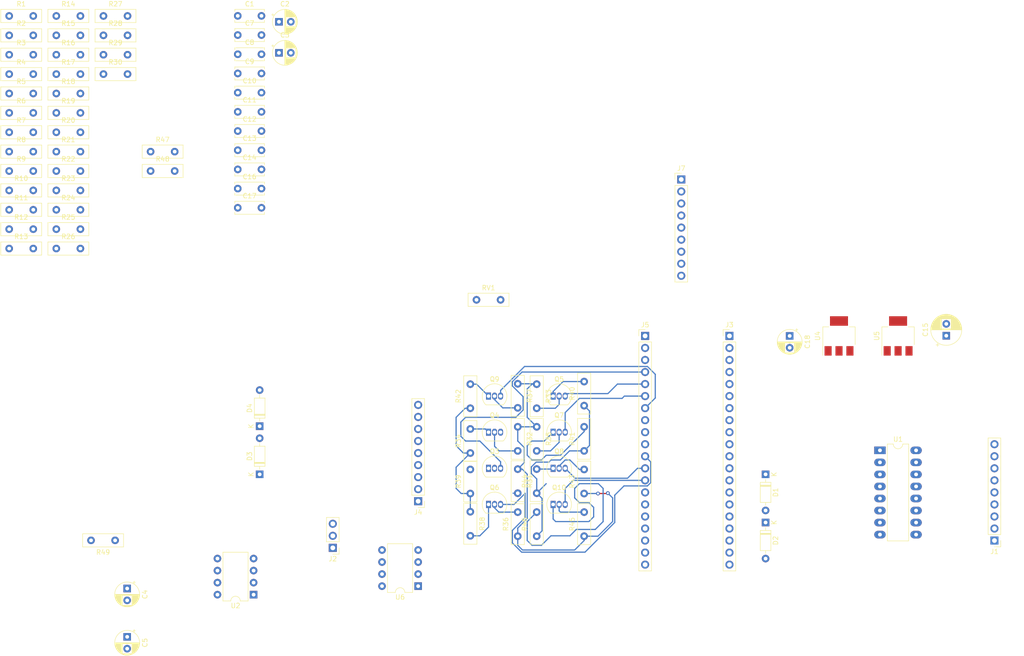
<source format=kicad_pcb>
(kicad_pcb (version 20221018) (generator pcbnew)
  (layers (0 "F.Cu" signal) (31 "B.Cu" signal) (34 "B.Paste" user) (35 "F.Paste" user) (36 "B.SilkS" user "B.Silkscreen") (37 "F.SilkS" user "F.Silkscreen") (38 "B.Mask" user) (39 "F.Mask" user) (44 "Edge.Cuts" user))
  (net 0 "")
  (net 1 "5V")
  (net 2 "GND")
  (net 3 "+12V")
  (net 4 "Net-(U6A-+)")
  (net 5 "Net-(U6B-+)")
  (net 6 "PB0")
  (net 7 "PA7")
  (net 8 "PA6")
  (net 9 "PA5")
  (net 10 "PA4")
  (net 11 "PA3")
  (net 12 "PA2")
  (net 13 "PB1")
  (net 14 "+3.3V")
  (net 15 "3V3")
  (net 16 "PA0")
  (net 17 "Net-(D3-A)")
  (net 18 "IN01")
  (net 19 "IN02")
  (net 20 "IN03")
  (net 21 "IN04")
  (net 22 "IN05")
  (net 23 "IN06")
  (net 24 "IN07")
  (net 25 "+{slash}-5V")
  (net 26 "AOUT01")
  (net 27 "AOUT02")
  (net 28 "RST_BUTTON")
  (net 29 "PB11")
  (net 30 "PB10")
  (net 31 "PA1")
  (net 32 "PC15")
  (net 33 "PC14")
  (net 34 "PC13")
  (net 35 "VBAT")
  (net 36 "DOUT8")
  (net 37 "DOUT7")
  (net 38 "DOUT6")
  (net 39 "DOUT5")
  (net 40 "DOUT4")
  (net 41 "DOUT3")
  (net 42 "DOUT2")
  (net 43 "DOUT1")
  (net 44 "PB12")
  (net 45 "PB13")
  (net 46 "PB14")
  (net 47 "PB15")
  (net 48 "PA8")
  (net 49 "PA9")
  (net 50 "PA10")
  (net 51 "PA11")
  (net 52 "PA12")
  (net 53 "PA15")
  (net 54 "PB3")
  (net 55 "PB4")
  (net 56 "PB5")
  (net 57 "PB6")
  (net 58 "PB7")
  (net 59 "PB8")
  (net 60 "PB9")
  (net 61 "Net-(Q3-B)")
  (net 62 "Net-(Q4-B)")
  (net 63 "Net-(Q5-B)")
  (net 64 "Net-(Q6-B)")
  (net 65 "Net-(Q7-B)")
  (net 66 "Net-(Q8-B)")
  (net 67 "Net-(Q9-B)")
  (net 68 "Net-(Q10-B)")
  (net 69 "Net-(U2A--)")
  (net 70 "Net-(R1-Pad2)")
  (net 71 "Net-(R2-Pad2)")
  (net 72 "OFFSET")
  (net 73 "Net-(U2A-+)")
  (net 74 "Net-(R47-Pad2)")
  (net 75 "Net-(U6A--)")
  (net 76 "Net-(U6B--)")
  (net 77 "3.3V")
  (net 78 "MUX_OUT")
  (footprint "Package_TO_SOT_THT:TO-92_Inline" (layer "F.Cu") (at 130.46 119.38)
    (fp_text reference "Q10")
    (fp_text value "BC547")
  )
  (footprint "Connector_PinHeader_2.54mm:PinHeader_1x09_P2.54mm_Vertical" (layer "F.Cu") (at 102 118.7 180)
    (fp_text reference "J4")
    (fp_text value "Conn_01x09_Pin")
  )
  (footprint "Resistor_THT:R_Box_L8.4mm_W2.5mm_P5.08mm" (layer "F.Cu") (at 137 126.08 90)
    (fp_text reference "R45")
    (fp_text value "2.2k")
  )
  (footprint "Package_TO_SOT_SMD:SOT-223-3_TabPin2" (layer "F.Cu") (at 190.74 83.82 90)
    (fp_text reference "U4")
    (fp_text value "AMS1117-3.3")
  )
  (footprint "Resistor_THT:R_Box_L8.4mm_W2.5mm_P5.08mm" (layer "F.Cu") (at 123 93.92 -90)
    (fp_text reference "R37")
    (fp_text value "2.2k")
  )
  (footprint "Resistor_THT:R_Box_L8.4mm_W2.5mm_P5.08mm" (layer "F.Cu") (at 25.7 20.39)
    (fp_text reference "R15")
    (fp_text value "10K")
  )
  (footprint "Resistor_THT:R_Box_L8.4mm_W2.5mm_P5.08mm" (layer "F.Cu") (at 45.58 49.02)
    (fp_text reference "R48")
    (fp_text value "33K")
  )
  (footprint "Capacitor_THT:C_Disc_D6.0mm_W2.5mm_P5.00mm" (layer "F.Cu") (at 63.96 40.58)
    (fp_text reference "C12")
    (fp_text value "100n")
  )
  (footprint "Resistor_THT:R_Box_L8.4mm_W2.5mm_P5.08mm" (layer "F.Cu") (at 113 99.08 90)
    (fp_text reference "R42")
    (fp_text value "6.8k")
  )
  (footprint "Connector_PinHeader_2.54mm:PinHeader_1x09_P2.54mm_Vertical" (layer "F.Cu") (at 223.52 127 180)
    (fp_text reference "J1")
    (fp_text value "Conn_01x09_Pin")
  )
  (footprint "Resistor_THT:R_Box_L8.4mm_W2.5mm_P5.08mm" (layer "F.Cu") (at 127 126.08 90)
    (fp_text reference "R46")
    (fp_text value "6.8k")
  )
  (footprint "Capacitor_THT:C_Disc_D6.0mm_W2.5mm_P5.00mm" (layer "F.Cu") (at 63.96 20.33)
    (fp_text reference "C7")
    (fp_text value "100n")
  )
  (footprint "Resistor_THT:R_Box_L8.4mm_W2.5mm_P5.08mm" (layer "F.Cu") (at 127 103 -90)
    (fp_text reference "R35")
    (fp_text value "2.2k")
  )
  (footprint "Diode_THT:D_DO-35_SOD27_P7.62mm_Horizontal" (layer "F.Cu") (at 68.58 113.03 90)
    (fp_text reference "D3")
    (fp_text value "1N6263")
  )
  (footprint "Resistor_THT:R_Box_L8.4mm_W2.5mm_P5.08mm" (layer "F.Cu") (at 35.64 20.39)
    (fp_text reference "R28")
    (fp_text value "1k")
  )
  (footprint "Resistor_THT:R_Box_L8.4mm_W2.5mm_P5.08mm" (layer "F.Cu") (at 137 98.535 90)
    (fp_text reference "R40")
    (fp_text value "6.8k")
  )
  (footprint "Package_TO_SOT_THT:TO-92_Inline" (layer "F.Cu") (at 116.84 104.14)
    (fp_text reference "Q4")
    (fp_text value "BC547")
  )
  (footprint "Package_DIP:DIP-8_W7.62mm" (layer "F.Cu") (at 102 136.62 180)
    (fp_text reference "U6")
    (fp_text value "MCP6002-xMC")
  )
  (footprint "Capacitor_THT:CP_Radial_D5.0mm_P2.50mm" (layer "F.Cu") (at 72.649775 24.08)
    (fp_text reference "C3")
    (fp_text value "100n")
  )
  (footprint "Resistor_THT:R_Box_L8.4mm_W2.5mm_P5.08mm" (layer "F.Cu") (at 35.64 16.3)
    (fp_text reference "R27")
    (fp_text value "100k")
  )
  (footprint "Resistor_THT:R_Box_L8.4mm_W2.5mm_P5.08mm" (layer "F.Cu") (at 15.76 32.66)
    (fp_text reference "R5")
    (fp_text value "68k")
  )
  (footprint "Resistor_THT:R_Box_L8.4mm_W2.5mm_P5.08mm" (layer "F.Cu") (at 35.64 28.57)
    (fp_text reference "R30")
    (fp_text value "100k")
  )
  (footprint "Resistor_THT:R_Box_L8.4mm_W2.5mm_P5.08mm" (layer "F.Cu") (at 15.76 40.84)
    (fp_text reference "R7")
    (fp_text value "680")
  )
  (footprint "Resistor_THT:R_Box_L8.4mm_W2.5mm_P5.08mm" (layer "F.Cu") (at 15.76 28.57)
    (fp_text reference "R4")
    (fp_text value "1M")
  )
  (footprint "Capacitor_THT:C_Disc_D6.0mm_W2.5mm_P5.00mm" (layer "F.Cu") (at 63.96 28.43)
    (fp_text reference "C9")
    (fp_text value "100n")
  )
  (footprint "Resistor_THT:R_Box_L8.4mm_W2.5mm_P5.08mm" (layer "F.Cu") (at 113 120.92 -90)
    (fp_text reference "R38")
    (fp_text value "6.8k")
  )
  (footprint "Capacitor_THT:C_Disc_D6.0mm_W2.5mm_P5.00mm" (layer "F.Cu") (at 63.96 16.28)
    (fp_text reference "C1")
    (fp_text value "100n")
  )
  (footprint "Resistor_THT:R_Box_L8.4mm_W2.5mm_P5.08mm" (layer "F.Cu") (at 15.76 65.38)
    (fp_text reference "R13")
    (fp_text value "10K")
  )
  (footprint "Resistor_THT:R_Box_L8.4mm_W2.5mm_P5.08mm" (layer "F.Cu") (at 25.7 32.66)
    (fp_text reference "R18")
    (fp_text value "22K")
  )
  (footprint "Resistor_THT:R_Box_L8.4mm_W2.5mm_P5.08mm" (layer "F.Cu") (at 25.7 40.84)
    (fp_text reference "R20")
    (fp_text value "10K")
  )
  (footprint "Resistor_THT:R_Box_L8.4mm_W2.5mm_P5.08mm" (layer "F.Cu") (at 25.7 36.75)
    (fp_text reference "R19")
    (fp_text value "10K")
  )
  (footprint "Capacitor_THT:C_Disc_D6.0mm_W2.5mm_P5.00mm" (layer "F.Cu") (at 63.96 44.63)
    (fp_text reference "C13")
    (fp_text value "100n")
  )
  (footprint "Resistor_THT:R_Box_L8.4mm_W2.5mm_P5.08mm" (layer "F.Cu") (at 15.76 16.3)
    (fp_text reference "R1")
    (fp_text value "1M")
  )
  (footprint "Resistor_THT:R_Box_L8.4mm_W2.5mm_P5.08mm" (layer "F.Cu") (at 25.7 57.2)
    (fp_text reference "R24")
    (fp_text value "22K")
  )
  (footprint "Resistor_THT:R_Box_L8.4mm_W2.5mm_P5.08mm" (layer "F.Cu") (at 15.76 36.75)
    (fp_text reference "R6")
    (fp_text value "680")
  )
  (footprint "Resistor_THT:R_Box_L8.4mm_W2.5mm_P5.08mm" (layer "F.Cu") (at 45.58 44.93)
    (fp_text reference "R47")
    (fp_text value "68K")
  )
  (footprint "Capacitor_THT:C_Disc_D6.0mm_W2.5mm_P5.00mm" (layer "F.Cu") (at 63.96 56.78)
    (fp_text reference "C17")
    (fp_text value "100n")
  )
  (footprint "Diode_THT:D_DO-35_SOD27_P7.62mm_Horizontal" (layer "F.Cu") (at 68.58 102.87 90)
    (fp_text reference "D4")
    (fp_text value "1N6263")
  )
  (footprint "Package_DIP:DIP-8_W7.62mm" (layer "F.Cu") (at 67.3 138.42 180)
    (fp_text reference "U2")
    (fp_text value "MCP6002-xMC")
  )
  (footprint "Resistor_THT:R_Box_L8.4mm_W2.5mm_P5.08mm" (layer "F.Cu") (at 15.76 24.48)
    (fp_text reference "R3")
    (fp_text value "1M")
  )
  (footprint "Package_DIP:DIP-16_W7.62mm_LongPads" (layer "F.Cu") (at 199.375 107.965)
    (fp_text reference "U1")
    (fp_text value "CD4051B")
  )
  (footprint "Resistor_THT:R_Box_L8.4mm_W2.5mm_P5.08mm" (layer "F.Cu") (at 114.3 76.2)
    (fp_text reference "RV1")
    (fp_text value "10K")
  )
  (footprint "Connector_PinHeader_2.54mm:PinHeader_1x20_P2.54mm_Vertical" (layer "F.Cu") (at 167.64 83.82)
    (fp_text reference "J3")
    (fp_text value "Conn_01x20_Socket")
  )
  (footprint "Package_TO_SOT_THT:TO-92_Inline" (layer "F.Cu") (at 116.84 96.52)
    (fp_text reference "Q9")
    (fp_text value "BC547")
  )
  (footprint "Package_TO_SOT_THT:TO-92_Inline" (layer "F.Cu") (at 116.84 111.76)
    (fp_text reference "Q3")
    (fp_text value "BC547")
  )
  (footprint "Package_TO_SOT_THT:TO-92_Inline" (layer "F.Cu") (at 130.46 96.52)
    (fp_text reference "Q5")
    (fp_text value "BC547")
  )
  (footprint "Capacitor_THT:C_Disc_D6.0mm_W2.5mm_P5.00mm" (layer "F.Cu") (at 63.96 36.53)
    (fp_text reference "C11")
    (fp_text value "100n")
  )
  (footprint "Resistor_THT:R_Box_L8.4mm_W2.5mm_P5.08mm" (layer "F.Cu") (at 38.1 126.96 180)
    (fp_text reference "R49")
    (fp_text value "10K")
  )
  (footprint "Capacitor_THT:CP_Radial_D5.0mm_P2.50mm" (layer "F.Cu") (at 180.34 83.82 -90)
    (fp_text reference "C18")
    (fp_text value "10u")
  )
  (footprint "Package_TO_SOT_THT:TO-92_Inline" (layer "F.Cu") (at 130.46 111.76)
    (fp_text reference "Q8")
    (fp_text value "BC547")
  )
  (footprint "Resistor_THT:R_Box_L8.4mm_W2.5mm_P5.08mm" (layer "F.Cu") (at 25.7 61.29)
    (fp_text reference "R25")
    (fp_text value "22K")
  )
  (footprint "Resistor_THT:R_Box_L8.4mm_W2.5mm_P5.08mm" (layer "F.Cu") (at 123 103 -90)
    (fp_text reference "R32")
    (fp_text value "2.2k")
  )
  (footprint "Resistor_THT:R_Box_L8.4mm_W2.5mm_P5.08mm" (layer "F.Cu") (at 137 117.08 90)
    (fp_text reference "R43")
    (fp_text value "2.2k")
  )
  (footprint "Resistor_THT:R_Box_L8.4mm_W2.5mm_P5.08mm" (layer "F.Cu") (at 15.76 61.29)
    (fp_text reference "R12")
    (fp_text value "22K")
  )
  (footprint "Capacitor_THT:C_Disc_D6.0mm_W2.5mm_P5.00mm" (layer "F.Cu") (at 63.96 52.73)
    (fp_text reference "C16")
    (fp_text value "100n")
  )
  (footprint "Resistor_THT:R_Box_L8.4mm_W2.5mm_P5.08mm" (layer "F.Cu") (at 127 117 90)
    (fp_text reference "R44")
    (fp_text value "6.8k")
  )
  (footprint "Resistor_THT:R_Box_L8.4mm_W2.5mm_P5.08mm" (layer "F.Cu") (at 123 111.93 -90)
    (fp_text reference "R31")
    (fp_text value "2.2k")
  )
  (footprint "Resistor_THT:R_Box_L8.4mm_W2.5mm_P5.08mm" (layer "F.Cu") (at 25.7 49.02)
    (fp_text reference "R22")
    (fp_text value "10K")
  )
  (footprint "Capacitor_THT:C_Disc_D6.0mm_W2.5mm_P5.00mm" (layer "F.Cu") (at 63.96 24.38)
    (fp_text reference "C8")
    (fp_text value "100n")
  )
  (footprint "Diode_THT:D_DO-35_SOD27_P7.62mm_Horizontal" (layer "F.Cu") (at 175.26 123.19 -90)
    (fp_text reference "D2")
    (fp_text value "1N6263")
  )
  (footprint "Resistor_THT:R_Box_L8.4mm_W2.5mm_P5.08mm" (layer "F.Cu") (at 15.76 49.02)
    (fp_text reference "R9")
    (fp_text value "1k")
  )
  (footprint "Resistor_THT:R_Box_L8.4mm_W2.5mm_P5.08mm" (layer "F.Cu") (at 15.76 57.2)
    (fp_text reference "R11")
    (fp_text value "10K")
  )
  (footprint "Resistor_THT:R_Box_L8.4mm_W2.5mm_P5.08mm" (layer "F.Cu") (at 25.7 24.48)
    (fp_text reference "R16")
    (fp_text value "10K")
  )
  (footprint "Resistor_THT:R_Box_L8.4mm_W2.5mm_P5.08mm" (layer "F.Cu") (at 123 126.08 90)
    (fp_text reference "R36")
    (fp_text value "2.2k")
  )
  (footprint "Resistor_THT:R_Box_L8.4mm_W2.5mm_P5.08mm" (layer "F.Cu") (at 113 117.08 90)
    (fp_text reference "R39")
    (fp_text value "6.8k")
  )
  (footprint "Resistor_THT:R_Box_L8.4mm_W2.5mm_P5.08mm" (layer "F.Cu") (at 25.7 44.93)
    (fp_text reference "R21")
    (fp_text value "10K")
  )
  (footprint "Capacitor_THT:C_Disc_D6.0mm_W2.5mm_P5.00mm" (layer "F.Cu") (at 63.96 48.68)
    (fp_text reference "C14")
    (fp_text value "100n")
  )
  (footprint "Resistor_THT:R_Box_L8.4mm_W2.5mm_P5.08mm" (layer "F.Cu") (at 127 94 -90)
    (fp_text reference "R33")
    (fp_text value "2.2k")
  )
  (footprint "Resistor_THT:R_Box_L8.4mm_W2.5mm_P5.08mm" (layer "F.Cu") (at 15.76 20.39)
    (fp_text reference "R2")
    (fp_text value "1M")
  )
  (footprint "Resistor_THT:R_Box_L8.4mm_W2.5mm_P5.08mm" (layer "F.Cu") (at 25.7 53.11)
    (fp_text reference "R23")
    (fp_text value "22K")
  )
  (footprint "Resistor_THT:R_Box_L8.4mm_W2.5mm_P5.08mm" (layer "F.Cu") (at 113 108.535 90)
    (fp_text reference "R34")
    (fp_text value "6.8k")
  )
  (footprint "Capacitor_THT:C_Disc_D6.0mm_W2.5mm_P5.00mm" (layer "F.Cu") (at 63.96 32.48)
    (fp_text reference "C10")
    (fp_text value "100n")
  )
  (footprint "Diode_THT:D_DO-35_SOD27_P7.62mm_Horizontal" (layer "F.Cu") (at 175.26 113.03 -90)
    (fp_text reference "D1")
    (fp_text value "1N6263")
  )
  (footprint "Capacitor_THT:CP_Radial_D5.0mm_P2.50mm" (layer "F.Cu") (at 72.649775 17.53)
    (fp_text reference "C2")
    (fp_text value "10u")
  )
  (footprint "Connector_PinHeader_2.54mm:PinHeader_1x09_P2.54mm_Vertical" (layer "F.Cu") (at 157.48 50.8)
    (fp_text reference "J7")
    (fp_text value "RS232")
  )
  (footprint "Resistor_THT:R_Box_L8.4mm_W2.5mm_P5.08mm" (layer "F.Cu") (at 137 108.08 90)
    (fp_text reference "R41")
    (fp_text value "6.8k")
  )
  (footprint "Resistor_THT:R_Box_L8.4mm_W2.5mm_P5.08mm" (layer "F.Cu") (at 25.7 16.3)
    (fp_text reference "R14")
    (fp_text value "22K")
  )
  (footprint "Capacitor_THT:CP_Radial_D5.0mm_P2.50mm" (layer "F.Cu") (at 40.64 147.32 -90)
    (fp_text reference "C5")
    (fp_text value "22u")
  )
  (footprint "Capacitor_THT:CP_Radial_D5.0mm_P2.50mm" (layer "F.Cu") (at 40.64 137.12 -90)
    (fp_text reference "C4")
    (fp_text value "22u")
  )
  (footprint "Package_TO_SOT_THT:TO-92_Inline" (layer "F.Cu") (at 116.84 119.38)
    (fp_text reference "Q6")
    (fp_text value "BC547")
  )
  (footprint "Resistor_THT:R_Box_L8.4mm_W2.5mm_P5.08mm" (layer "F.Cu") (at 25.7 65.38)
    (fp_text reference "R26")
    (fp_text value "22K")
  )
  (footprint "Package_TO_SOT_THT:TO-92_Inline" (layer "F.Cu") (at 130.46 104.14)
    (fp_text reference "Q7")
    (fp_text value "BC547")
  )
  (footprint "Connector_PinHeader_2.54mm:PinHeader_1x03_P2.54mm_Vertical" (layer "F.Cu") (at 84 128.54 180)
    (fp_text reference "J2")
    (fp_text value "Conector_salidas_analógicas")
  )
  (footprint "Resistor_THT:R_Box_L8.4mm_W2.5mm_P5.08mm" (layer "F.Cu") (at 15.76 53.11)
    (fp_text reference "R10")
    (fp_text value "150k")
  )
  (footprint "Resistor_THT:R_Box_L8.4mm_W2.5mm_P5.08mm" (layer "F.Cu") (at 35.64 24.48)
    (fp_text reference "R29")
    (fp_text value "150k")
  )
  (footprint "Resistor_THT:R_Box_L8.4mm_W2.5mm_P5.08mm" (layer "F.Cu") (at 15.76 44.93)
    (fp_text reference "R8")
    (fp_text value "33k")
  )
  (footprint "Resistor_THT:R_Box_L8.4mm_W2.5mm_P5.08mm" (layer "F.Cu") (at 25.7 28.57)
    (fp_text reference "R17")
    (fp_text value "22K")
  )
  (footprint "Connector_PinHeader_2.54mm:PinHeader_1x20_P2.54mm_Vertical" (layer "F.Cu") (at 149.86 83.82)
    (fp_text reference "J5")
    (fp_text value "Conn_01x20_Socket")
  )
  (footprint "Capacitor_THT:CP_Radial_D6.3mm_P2.50mm" (layer "F.Cu") (at 213.36 83.78 90)
    (fp_text reference "C15")
    (fp_text value "100u")
  )
  (footprint "Package_TO_SOT_SMD:SOT-223-3_TabPin2" (layer "F.Cu") (at 203.2 83.82 90)
    (fp_text reference "U5")
    (fp_text value "AMS1117-5.0")
  )
  (segment (start 110 111.535) (end 110 116) (width 0.25) (layer "B.Cu") (net 1))
  (segment (start 111.535 108.535) (end 110 107) (width 0.25) (layer "B.Cu") (net 1))
  (segment (start 129 115) (end 127 117) (width 0.25) (layer "B.Cu") (net 1))
  (segment (start 127 114) (end 127 117) (width 0.25) (layer "B.Cu") (net 1))
  (segment (start 125.875 111.461122) (end 125.875 112.875) (width 0.25) (layer "B.Cu") (net 1))
  (segment (start 130 110) (end 129.55 110.45) (width 0.25) (layer "B.Cu") (net 1))
  (segment (start 113 108.535) (end 110 111.535) (width 0.25) (layer "B.Cu") (net 1))
  (segment (start 113 108.535) (end 111.535 108.535) (width 0.25) (layer "B.Cu") (net 1))
  (segment (start 133.92 108.08) (end 132 110) (width 0.25) (layer "B.Cu") (net 1))
  (segment (start 113 117.08) (end 113 120.92) (width 0.25) (layer "B.Cu") (net 1))
  (segment (start 110 101) (end 111.92 99.08) (width 0.25) (layer "B.Cu") (net 1))
  (segment (start 111.08 117.08) (end 113 117.08) (width 0.25) (layer "B.Cu") (net 1))
  (segment (start 110 116) (end 111.08 117.08) (width 0.25) (layer "B.Cu") (net 1))
  (segment (start 111.92 99.08) (end 113 99.08) (width 0.25) (layer "B.Cu") (net 1))
  (segment (start 128.125 118.125) (end 128.125 124.955) (width 0.25) (layer "B.Cu") (net 1))
  (segment (start 129.55 110.45) (end 126.886122 110.45) (width 0.25) (layer "B.Cu") (net 1))
  (segment (start 137 98.535) (end 138.125 99.66) (width 0.25) (layer "B.Cu") (net 1))
  (segment (start 128.125 124.955) (end 127 126.08) (width 0.25) (layer "B.Cu") (net 1))
  (segment (start 137 108.08) (end 133.92 108.08) (width 0.25) (layer "B.Cu") (net 1))
  (segment (start 126.886122 110.45) (end 125.875 111.461122) (width 0.25) (layer "B.Cu") (net 1))
  (segment (start 132 110) (end 130 110) (width 0.25) (layer "B.Cu") (net 1))
  (segment (start 110 107) (end 110 101) (width 0.25) (layer "B.Cu") (net 1))
  (segment (start 138.125 99.66) (end 138.125 106.955) (width 0.25) (layer "B.Cu") (net 1))
  (segment (start 127 117) (end 128.125 118.125) (width 0.25) (layer "B.Cu") (net 1))
  (segment (start 138.125 106.955) (end 137 108.08) (width 0.25) (layer "B.Cu") (net 1))
  (segment (start 125.875 112.875) (end 127 114) (width 0.25) (layer "B.Cu") (net 1))
  (segment (start 139 122) (end 139 120) (width 0.25) (layer "B.Cu") (net 36))
  (segment (start 135 116) (end 136 115) (width 0.25) (layer "B.Cu") (net 36))
  (segment (start 125 127) (end 125 123) (width 0.25) (layer "B.Cu") (net 36))
  (segment (start 134 126) (end 130 126) (width 0.25) (layer "B.Cu") (net 36))
  (segment (start 130.46 122.46) (end 131 123) (width 0.25) (layer "B.Cu") (net 36))
  (segment (start 136 115) (end 140 115) (width 0.25) (layer "B.Cu") (net 36))
  (segment (start 130 126) (end 128 128) (width 0.25) (layer "B.Cu") (net 36))
  (segment (start 141 123) (end 139.336122 124.663878) (width 0.25) (layer "B.Cu") (net 36))
  (segment (start 126 128) (end 125 127) (width 0.25) (layer "B.Cu") (net 36))
  (segment (start 139 120) (end 138 119) (width 0.25) (layer "B.Cu") (net 36))
  (segment (start 138 119) (end 136 119) (width 0.25) (layer "B.Cu") (net 36))
  (segment (start 139.336122 124.663878) (end 135.336122 124.663878) (width 0.25) (layer "B.Cu") (net 36))
  (segment (start 140 115) (end 141 116) (width 0.25) (layer "B.Cu") (net 36))
  (segment (start 131 123) (end 138 123) (width 0.25) (layer "B.Cu") (net 36))
  (segment (start 135 118) (end 135 116) (width 0.25) (layer "B.Cu") (net 36))
  (segment (start 135.336122 124.663878) (end 134 126) (width 0.25) (layer "B.Cu") (net 36))
  (segment (start 130.46 119.38) (end 130.46 122.46) (width 0.25) (layer "B.Cu") (net 36))
  (segment (start 136 119) (end 135 118) (width 0.25) (layer "B.Cu") (net 36))
  (segment (start 138 123) (end 139 122) (width 0.25) (layer "B.Cu") (net 36))
  (segment (start 128 128) (end 126 128) (width 0.25) (layer "B.Cu") (net 36))
  (segment (start 125 123) (end 127 121) (width 0.25) (layer "B.Cu") (net 36))
  (segment (start 141 116) (end 141 123) (width 0.25) (layer "B.Cu") (net 36))
  (segment (start 127 111.92) (end 130.3 111.92) (width 0.25) (layer "B.Cu") (net 37))
  (segment (start 130.3 111.92) (end 130.46 111.76) (width 0.25) (layer "B.Cu") (net 37))
  (segment (start 116.84 124.16) (end 116.84 119.38) (width 0.25) (layer "B.Cu") (net 38))
  (segment (start 115 126) (end 116.84 124.16) (width 0.25) (layer "B.Cu") (net 38))
  (segment (start 113 126) (end 115 126) (width 0.25) (layer "B.Cu") (net 38))
  (segment (start 116.155 103.455) (end 116.84 104.14) (width 0.25) (layer "B.Cu") (net 39))
  (segment (start 113 103.455) (end 116.155 103.455) (width 0.25) (layer "B.Cu") (net 39))
  (segment (start 113 94) (end 114.32 94) (width 0.25) (layer "B.Cu") (net 40))
  (segment (start 114.32 94) (end 116.84 96.52) (width 0.25) (layer "B.Cu") (net 40))
  (segment (start 125 109) (end 126 110) (width 0.25) (layer "B.Cu") (net 41))
  (segment (start 128 110) (end 129 109) (width 0.25) (layer "B.Cu") (net 41))
  (segment (start 130.46 104.14) (end 128.6 106) (width 0.25) (layer "B.Cu") (net 41))
  (segment (start 132 109) (end 137 104) (width 0.25) (layer "B.Cu") (net 41))
  (segment (start 129 109) (end 132 109) (width 0.25) (layer "B.Cu") (net 41))
  (segment (start 126 110) (end 128 110) (width 0.25) (layer "B.Cu") (net 41))
  (segment (start 128.6 106) (end 126 106) (width 0.25) (layer "B.Cu") (net 41))
  (segment (start 126 106) (end 125 107) (width 0.25) (layer "B.Cu") (net 41))
  (segment (start 137 104) (end 137 103) (width 0.25) (layer "B.Cu") (net 41))
  (segment (start 125 107) (end 125 109) (width 0.25) (layer "B.Cu") (net 41))
  (segment (start 132.545 93.455) (end 137 93.455) (width 0.25) (layer "B.Cu") (net 42))
  (segment (start 130.46 96.52) (end 130.46 95.54) (width 0.25) (layer "B.Cu") (net 42))
  (segment (start 130.46 95.54) (end 132.545 93.455) (width 0.25) (layer "B.Cu") (net 42))
  (segment (start 113.24 111.76) (end 113 112) (width 0.25) (layer "B.Cu") (net 43))
  (segment (start 119.38 111.76) (end 119.38 110.38) (width 0.25) (layer "B.Cu") (net 47))
  (segment (start 111 105) (end 111 102) (width 0.25) (layer "B.Cu") (net 47))
  (segment (start 115 106) (end 112 106) (width 0.25) (layer "B.Cu") (net 47))
  (segment (start 122.583878 101) (end 124.125 99.458878) (width 0.25) (layer "B.Cu") (net 47))
  (segment (start 119.38 110.38) (end 115 106) (width 0.25) (layer "B.Cu") (net 47))
  (segment (start 121.875 93.461122) (end 123.896122 91.44) (width 0.25) (layer "B.Cu") (net 47))
  (segment (start 111 102) (end 112 101) (width 0.25) (layer "B.Cu") (net 47))
  (segment (start 112 106) (end 111 105) (width 0.25) (layer "B.Cu") (net 47))
  (segment (start 112 101) (end 122.583878 101) (width 0.25) (layer "B.Cu") (net 47))
  (segment (start 124.125 96.628878) (end 121.875 94.378878) (width 0.25) (layer "B.Cu") (net 47))
  (segment (start 121.875 94.378878) (end 121.875 93.461122) (width 0.25) (layer "B.Cu") (net 47))
  (segment (start 124.125 99.458878) (end 124.125 96.628878) (width 0.25) (layer "B.Cu") (net 47))
  (segment (start 123.896122 91.44) (end 149.86 91.44) (width 0.25) (layer "B.Cu") (net 47))
  (segment (start 142 96) (end 144.02 93.98) (width 0.25) (layer "B.Cu") (net 48))
  (segment (start 144.02 93.98) (end 149.86 93.98) (width 0.25) (layer "B.Cu") (net 48))
  (segment (start 133 96.52) (end 133.52 96) (width 0.25) (layer "B.Cu") (net 48))
  (segment (start 133.52 96) (end 142 96) (width 0.25) (layer "B.Cu") (net 48))
  (segment (start 133 100) (end 136 97) (width 0.25) (layer "B.Cu") (net 49))
  (segment (start 145.48 96.52) (end 149.86 96.52) (width 0.25) (layer "B.Cu") (net 49))
  (segment (start 136 97) (end 145 97) (width 0.25) (layer "B.Cu") (net 49))
  (segment (start 145 97) (end 145.48 96.52) (width 0.25) (layer "B.Cu") (net 49))
  (segment (start 133 104.14) (end 133 100) (width 0.25) (layer "B.Cu") (net 49))
  (segment (start 150.34971 90.269656) (end 152 91.919946) (width 0.25) (layer "B.Cu") (net 50))
  (segment (start 119.38 96.52) (end 119.38 95.319726) (width 0.25) (layer "B.Cu") (net 50))
  (segment (start 119.38 95.319726) (end 124.43007 90.269656) (width 0.25) (layer "B.Cu") (net 50))
  (segment (start 124.43007 90.269656) (end 150.34971 90.269656) (width 0.25) (layer "B.Cu") (net 50))
  (segment (start 152 96.92) (end 149.86 99.06) (width 0.25) (layer "B.Cu") (net 50))
  (segment (start 152 91.919946) (end 152 96.92) (width 0.25) (layer "B.Cu") (net 50))
  (segment (start 151.035 114.785054) (end 151.035 110.395) (width 0.25) (layer "B.Cu") (net 54))
  (segment (start 124.55 117.043878) (end 124.55 122.177208) (width 0.25) (layer "B.Cu") (net 54))
  (segment (start 124.55 122.177208) (end 121.875 124.852208) (width 0.25) (layer "B.Cu") (net 54))
  (segment (start 137.186396 129.45) (end 143.45 123.186396) (width 0.25) (layer "B.Cu") (net 54))
  (segment (start 119.38 119.38) (end 122.213878 119.38) (width 0.25) (layer "B.Cu") (net 54))
  (segment (start 122.213878 119.38) (end 124.55 117.043878) (width 0.25) (layer "B.Cu") (net 54))
  (segment (start 143.45 117.424695) (end 145.404351 115.470344) (width 0.25) (layer "B.Cu") (net 54))
  (segment (start 121.875 124.852208) (end 121.875 127.511396) (width 0.25) (layer "B.Cu") (net 54))
  (segment (start 150.34971 115.470344) (end 151.035 114.785054) (width 0.25) (layer "B.Cu") (net 54))
  (segment (start 121.875 127.511396) (end 123.813604 129.45) (width 0.25) (layer "B.Cu") (net 54))
  (segment (start 143.45 123.186396) (end 143.45 117.424695) (width 0.25) (layer "B.Cu") (net 54))
  (segment (start 145.404351 115.470344) (end 150.34971 115.470344) (width 0.25) (layer "B.Cu") (net 54))
  (segment (start 123.813604 129.45) (end 137.186396 129.45) (width 0.25) (layer "B.Cu") (net 54))
  (segment (start 151.035 110.395) (end 149.86 109.22) (width 0.25) (layer "B.Cu") (net 54))
  (segment (start 133 111.76) (end 135.09 113.85) (width 0.25) (layer "B.Cu") (net 55))
  (segment (start 148.24 111.76) (end 149.86 111.76) (width 0.25) (layer "B.Cu") (net 55))
  (segment (start 135.09 113.85) (end 146.15 113.85) (width 0.25) (layer "B.Cu") (net 55))
  (segment (start 146.15 113.85) (end 148.24 111.76) (width 0.25) (layer "B.Cu") (net 55))
  (segment (start 134.7 114.3) (end 133 116) (width 0.25) (layer "B.Cu") (net 56))
  (segment (start 149.86 114.3) (end 134.7 114.3) (width 0.25) (layer "B.Cu") (net 56))
  (segment (start 133 116) (end 133 119.38) (width 0.25) (layer "B.Cu") (net 56))
  (segment (start 122.01 117.01) (end 123 117.01) (width 0.25) (layer "B.Cu") (net 61))
  (segment (start 118.11 107.11) (end 119.08 108.08) (width 0.25) (layer "B.Cu") (net 62))
  (segment (start 119.08 108.08) (end 123 108.08) (width 0.25) (layer "B.Cu") (net 62))
  (segment (start 118.11 104.14) (end 118.11 107.11) (width 0.25) (layer "B.Cu") (net 62))
  (segment (start 131.73 98.27) (end 130.92 99.08) (width 0.25) (layer "B.Cu") (net 63))
  (segment (start 131.73 96.52) (end 131.73 98.27) (width 0.25) (layer "B.Cu") (net 63))
  (segment (start 130.92 99.08) (end 127 99.08) (width 0.25) (layer "B.Cu") (net 63))
  (segment (start 118.11 119.38) (end 118.11 120.11) (width 0.25) (layer "B.Cu") (net 64))
  (segment (start 119 121) (end 123 121) (width 0.25) (layer "B.Cu") (net 64))
  (segment (start 118.11 120.11) (end 119 121) (width 0.25) (layer "B.Cu") (net 64))
  (segment (start 129.92 108.08) (end 127 108.08) (width 0.25) (layer "B.Cu") (net 65))
  (segment (start 131.73 106.27) (end 129.92 108.08) (width 0.25) (layer "B.Cu") (net 65))
  (segment (start 131.73 104.14) (end 131.73 106.27) (width 0.25) (layer "B.Cu") (net 65))
  (segment (start 134 110) (end 136 112) (width 0.25) (layer "B.Cu") (net 66))
  (segment (start 133 110) (end 134 110) (width 0.25) (layer "B.Cu") (net 66))
  (segment (start 131.73 111.27) (end 133 110) (width 0.25) (layer "B.Cu") (net 66))
  (segment (start 131.73 111.76) (end 131.73 111.27) (width 0.25) (layer "B.Cu") (net 66))
  (segment (start 136 112) (end 137 112) (width 0.25) (layer "B.Cu") (net 66))
  (segment (start 119.843675 99) (end 118.11 97.266325) (width 0.25) (layer "B.Cu") (net 67))
  (segment (start 118.11 97.266325) (end 118.11 96.52) (width 0.25) (layer "B.Cu") (net 67))
  (segment (start 123 99) (end 119.843675 99) (width 0.25) (layer "B.Cu") (net 67))
  (segment (start 132 121) (end 137 121) (width 0.25) (layer "B.Cu") (net 68))
  (segment (start 131.73 119.38) (end 131.73 120.73) (width 0.25) (layer "B.Cu") (net 68))
  (segment (start 131.73 120.73) (end 132 121) (width 0.25) (layer "B.Cu") (net 68))
  (segment (start 139.92 117.08) (end 141.92 117.08) (width 0.25) (layer "F.Cu") (net 77))
  (segment (start 141.92 117.08) (end 142 117) (width 0.25) (layer "F.Cu") (net 77))
  (via (at 139.92 117.08) (size 0.8) (drill 0.4) (layers "F.Cu" "B.Cu") (net 77))
  (via (at 142 117) (size 0.8) (drill 0.4) (layers "F.Cu" "B.Cu") (net 77))
  (segment (start 139.92 126.08) (end 137 126.08) (width 0.25) (layer "B.Cu") (net 77))
  (segment (start 126.92 93.92) (end 127 94) (width 0.25) (layer "B.Cu") (net 77))
  (segment (start 140 117) (end 139.92 117.08) (width 0.25) (layer "B.Cu") (net 77))
  (segment (start 143 118) (end 143 123) (width 0.25) (layer "B.Cu") (net 77))
  (segment (start 123 93.92) (end 126.92 93.92) (width 0.25) (layer "B.Cu") (net 77))
  (segment (start 137 127) (end 137 126.08) (width 0.25) (layer "B.Cu") (net 77))
  (segment (start 125 95) (end 125 101) (width 0.25) (layer "B.Cu") (net 77))
  (segment (start 127 94) (end 126 94) (width 0.25) (layer "B.Cu") (net 77))
  (segment (start 137 117.08) (end 139.92 117.08) (width 0.25) (layer "B.Cu") (net 77))
  (segment (start 123 103) (end 123 106) (width 0.25) (layer "B.Cu") (net 77))
  (segment (start 124.363604 110.566396) (end 123 111.93) (width 0.25) (layer "B.Cu") (net 77))
  (segment (start 123 124.363604) (end 123 126.08) (width 0.25) (layer "B.Cu") (net 77))
  (segment (start 124.363604 107.363604) (end 124.363604 110.566396) (width 0.25) (layer "B.Cu") (net 77))
  (segment (start 123 106) (end 124.363604 107.363604) (width 0.25) (layer "B.Cu") (net 77))
  (segment (start 125 113) (end 125 122.363604) (width 0.25) (layer "B.Cu") (net 77))
  (segment (start 123 111.93) (end 123.93 111.93) (width 0.25) (layer "B.Cu") (net 77))
  (segment (start 124 129) (end 135 129) (width 0.25) (layer "B.Cu") (net 77))
  (segment (start 125 122.363604) (end 123 124.363604) (width 0.25) (layer "B.Cu") (net 77))
  (segment (start 123 126.08) (end 123 128) (width 0.25) (layer "B.Cu") (net 77))
  (segment (start 135 129) (end 137 127) (width 0.25) (layer "B.Cu") (net 77))
  (segment (start 123.93 111.93) (end 125 113) (width 0.25) (layer "B.Cu") (net 77))
  (segment (start 125 101) (end 127 103) (width 0.25) (layer "B.Cu") (net 77))
  (segment (start 143 123) (end 139.92 126.08) (width 0.25) (layer "B.Cu") (net 77))
  (segment (start 126 94) (end 125 95) (width 0.25) (layer "B.Cu") (net 77))
  (segment (start 123 128) (end 124 129) (width 0.25) (layer "B.Cu") (net 77))
  (segment (start 142 117) (end 143 118) (width 0.25) (layer "B.Cu") (net 77))
  (segment (start 127 103) (end 123 103) (width 0.25) (layer "B.Cu") (net 77))
)
</source>
